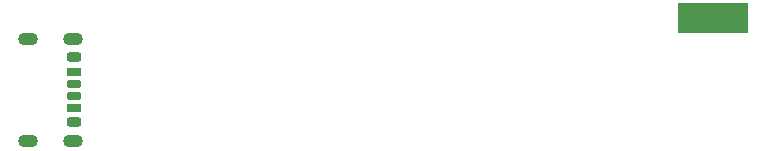
<source format=gtp>
G04 Layer: TopPasteMaskLayer*
G04 EasyEDA Pro v2.2.27.1, 2024-09-15 10:59:50*
G04 Gerber Generator version 0.3*
G04 Scale: 100 percent, Rotated: No, Reflected: No*
G04 Dimensions in millimeters*
G04 Leading zeros omitted, absolute positions, 3 integers and 5 decimals*
%TF.GenerationSoftware,KiCad,Pcbnew,8.0.5*%
%TF.CreationDate,2024-10-21T18:28:28+08:00*%
%TF.ProjectId,redraw_TH,72656472-6177-45f5-9448-2e6b69636164,rev?*%
%TF.SameCoordinates,Original*%
%TF.FileFunction,Paste,Top*%
%TF.FilePolarity,Positive*%
%FSLAX46Y46*%
G04 Gerber Fmt 4.6, Leading zero omitted, Abs format (unit mm)*
G04 Created by KiCad (PCBNEW 8.0.5) date 2024-10-21 18:28:28*
%MOMM*%
%LPD*%
G01*
G04 APERTURE LIST*
G04 Aperture macros list*
%AMRoundRect*
0 Rectangle with rounded corners*
0 $1 Rounding radius*
0 $2 $3 $4 $5 $6 $7 $8 $9 X,Y pos of 4 corners*
0 Add a 4 corners polygon primitive as box body*
4,1,4,$2,$3,$4,$5,$6,$7,$8,$9,$2,$3,0*
0 Add four circle primitives for the rounded corners*
1,1,$1+$1,$2,$3*
1,1,$1+$1,$4,$5*
1,1,$1+$1,$6,$7*
1,1,$1+$1,$8,$9*
0 Add four rect primitives between the rounded corners*
20,1,$1+$1,$2,$3,$4,$5,0*
20,1,$1+$1,$4,$5,$6,$7,0*
20,1,$1+$1,$6,$7,$8,$9,0*
20,1,$1+$1,$8,$9,$2,$3,0*%
G04 Aperture macros list end*
%ADD10R,6.000000X2.500000*%
%ADD11RoundRect,0.175000X-0.425000X0.175000X-0.425000X-0.175000X0.425000X-0.175000X0.425000X0.175000X0*%
%ADD12RoundRect,0.190000X0.410000X-0.190000X0.410000X0.190000X-0.410000X0.190000X-0.410000X-0.190000X0*%
%ADD13RoundRect,0.200000X0.400000X-0.200000X0.400000X0.200000X-0.400000X0.200000X-0.400000X-0.200000X0*%
%ADD14RoundRect,0.175000X0.425000X-0.175000X0.425000X0.175000X-0.425000X0.175000X-0.425000X-0.175000X0*%
%ADD15RoundRect,0.190000X-0.410000X0.190000X-0.410000X-0.190000X0.410000X-0.190000X0.410000X0.190000X0*%
%ADD16RoundRect,0.200000X-0.400000X0.200000X-0.400000X-0.200000X0.400000X-0.200000X0.400000X0.200000X0*%
%ADD17O,1.700000X1.100000*%
G04 APERTURE END LIST*
D10*
%TO.C,X2*%
X123005000Y-92810000D03*
%TD*%
D11*
%TO.C,USB1*%
X68891500Y-98390000D03*
D12*
X68891500Y-100410000D03*
D13*
X68891500Y-101640000D03*
D14*
X68891500Y-99390000D03*
D15*
X68891500Y-97370000D03*
D16*
X68891500Y-96140000D03*
D17*
X68811500Y-94570000D03*
X65011500Y-94570000D03*
X68811500Y-103210000D03*
X65011500Y-103210000D03*
%TD*%
M02*

</source>
